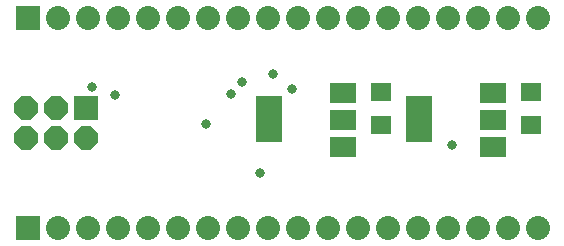
<source format=gbs>
G75*
%MOIN*%
%OFA0B0*%
%FSLAX25Y25*%
%IPPOS*%
%LPD*%
%AMOC8*
5,1,8,0,0,1.08239X$1,22.5*
%
%ADD10R,0.08500X0.06500*%
%ADD11R,0.08500X0.15600*%
%ADD12R,0.06899X0.06112*%
%ADD13R,0.08000X0.08000*%
%ADD14OC8,0.08000*%
%ADD15C,0.08000*%
%ADD16C,0.03300*%
D10*
X0112150Y0034400D03*
X0112150Y0043400D03*
X0112150Y0052400D03*
X0162150Y0052400D03*
X0162150Y0043400D03*
X0162150Y0034400D03*
D11*
X0137350Y0043500D03*
X0087350Y0043500D03*
D12*
X0124750Y0041738D03*
X0124750Y0052762D03*
X0174750Y0052762D03*
X0174750Y0041738D03*
D13*
X0007250Y0007250D03*
X0026625Y0047250D03*
X0007250Y0077250D03*
D14*
X0006625Y0047250D03*
X0016625Y0047250D03*
X0016625Y0037250D03*
X0026625Y0037250D03*
X0006625Y0037250D03*
D15*
X0017250Y0007250D03*
X0027250Y0007250D03*
X0037250Y0007250D03*
X0047250Y0007250D03*
X0057250Y0007250D03*
X0067250Y0007250D03*
X0077250Y0007250D03*
X0087250Y0007250D03*
X0097250Y0007250D03*
X0107250Y0007250D03*
X0117250Y0007250D03*
X0127250Y0007250D03*
X0137250Y0007250D03*
X0147250Y0007250D03*
X0157250Y0007250D03*
X0167250Y0007250D03*
X0177250Y0007250D03*
X0177250Y0077250D03*
X0167250Y0077250D03*
X0157250Y0077250D03*
X0147250Y0077250D03*
X0137250Y0077250D03*
X0127250Y0077250D03*
X0117250Y0077250D03*
X0107250Y0077250D03*
X0097250Y0077250D03*
X0087250Y0077250D03*
X0077250Y0077250D03*
X0067250Y0077250D03*
X0057250Y0077250D03*
X0047250Y0077250D03*
X0037250Y0077250D03*
X0027250Y0077250D03*
X0017250Y0077250D03*
D16*
X0028650Y0054200D03*
X0036000Y0051750D03*
X0066450Y0041950D03*
X0074850Y0052100D03*
X0078350Y0055950D03*
X0088850Y0058750D03*
X0095150Y0053500D03*
X0148350Y0034950D03*
X0084650Y0025500D03*
M02*

</source>
